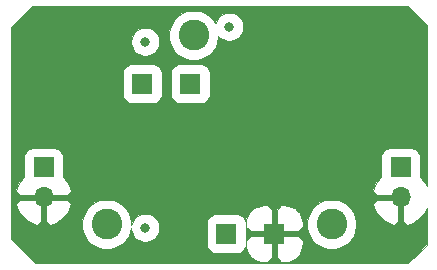
<source format=gbr>
%TF.GenerationSoftware,KiCad,Pcbnew,5.1.10-88a1d61d58~89~ubuntu20.04.1*%
%TF.CreationDate,2022-01-03T20:00:55+01:00*%
%TF.ProjectId,PowerBankAlwaysActive,506f7765-7242-4616-9e6b-416c77617973,rev?*%
%TF.SameCoordinates,Original*%
%TF.FileFunction,Copper,L3,Inr*%
%TF.FilePolarity,Positive*%
%FSLAX46Y46*%
G04 Gerber Fmt 4.6, Leading zero omitted, Abs format (unit mm)*
G04 Created by KiCad (PCBNEW 5.1.10-88a1d61d58~89~ubuntu20.04.1) date 2022-01-03 20:00:55*
%MOMM*%
%LPD*%
G01*
G04 APERTURE LIST*
%TA.AperFunction,ComponentPad*%
%ADD10R,1.700000X1.700000*%
%TD*%
%TA.AperFunction,ComponentPad*%
%ADD11O,1.700000X1.700000*%
%TD*%
%TA.AperFunction,ComponentPad*%
%ADD12C,2.600000*%
%TD*%
%TA.AperFunction,ViaPad*%
%ADD13C,0.800000*%
%TD*%
%TA.AperFunction,Conductor*%
%ADD14C,0.100000*%
%TD*%
G04 APERTURE END LIST*
D10*
%TO.N,+5V*%
%TO.C,J1*%
X25400000Y-36576000D03*
D11*
%TO.N,GND*%
X25400000Y-39116000D03*
%TD*%
%TO.N,GND*%
%TO.C,J2*%
X55626000Y-39116000D03*
D10*
%TO.N,+5V*%
X55626000Y-36576000D03*
%TD*%
D12*
%TO.N,N/C*%
%TO.C,H1*%
X30734000Y-41402000D03*
%TD*%
%TO.N,N/C*%
%TO.C,H2*%
X49784000Y-41402000D03*
%TD*%
%TO.N,N/C*%
%TO.C,H3*%
X38100000Y-25400000D03*
%TD*%
D10*
%TO.N,GND*%
%TO.C,gnd*%
X44936000Y-42196000D03*
%TD*%
%TO.N,+5V*%
%TO.C,+5*%
X40872000Y-42196000D03*
%TD*%
%TO.N,/trig*%
%TO.C,trig*%
X33760000Y-29496000D03*
%TD*%
%TO.N,/output*%
%TO.C,out*%
X37824000Y-29496000D03*
%TD*%
D13*
%TO.N,GND*%
X47476000Y-36608000D03*
X39094000Y-39402000D03*
X31982000Y-34912998D03*
X48746000Y-27210000D03*
%TO.N,+5V*%
X34014000Y-25940000D03*
X34014000Y-41688000D03*
X41126000Y-24670000D03*
%TD*%
D14*
%TO.N,GND*%
X57827000Y-24503726D02*
X57827001Y-38182147D01*
X57678448Y-37872022D01*
X57396323Y-37495512D01*
X57279870Y-37391006D01*
X57279870Y-35726000D01*
X57264424Y-35569173D01*
X57218679Y-35418372D01*
X57144393Y-35279394D01*
X57044422Y-35157578D01*
X56922606Y-35057607D01*
X56783628Y-34983321D01*
X56632827Y-34937576D01*
X56476000Y-34922130D01*
X54776000Y-34922130D01*
X54619173Y-34937576D01*
X54468372Y-34983321D01*
X54329394Y-35057607D01*
X54207578Y-35157578D01*
X54107607Y-35279394D01*
X54033321Y-35418372D01*
X53987576Y-35569173D01*
X53972130Y-35726000D01*
X53972130Y-37391006D01*
X53855677Y-37495512D01*
X53573552Y-37872022D01*
X53370301Y-38296337D01*
X53295080Y-38544326D01*
X53623463Y-38916000D01*
X55426000Y-38916000D01*
X55426000Y-38896000D01*
X55826000Y-38896000D01*
X55826000Y-38916000D01*
X55846000Y-38916000D01*
X55846000Y-39316000D01*
X55826000Y-39316000D01*
X55826000Y-41120157D01*
X56197675Y-41446925D01*
X56641431Y-41290609D01*
X57046165Y-41050724D01*
X57396323Y-40736488D01*
X57678448Y-40359978D01*
X57827001Y-40049853D01*
X57827001Y-43124273D01*
X56278275Y-44673000D01*
X24703726Y-44673000D01*
X22647000Y-42616275D01*
X22647000Y-39687674D01*
X23069080Y-39687674D01*
X23144301Y-39935663D01*
X23347552Y-40359978D01*
X23629677Y-40736488D01*
X23979835Y-41050724D01*
X24384569Y-41290609D01*
X24828325Y-41446925D01*
X25200000Y-41120157D01*
X25200000Y-39316000D01*
X25600000Y-39316000D01*
X25600000Y-41120157D01*
X25971675Y-41446925D01*
X26415431Y-41290609D01*
X26576459Y-41195168D01*
X28634000Y-41195168D01*
X28634000Y-41608832D01*
X28714702Y-42014547D01*
X28873004Y-42396723D01*
X29102823Y-42740672D01*
X29395328Y-43033177D01*
X29739277Y-43262996D01*
X30121453Y-43421298D01*
X30527168Y-43502000D01*
X30940832Y-43502000D01*
X31346547Y-43421298D01*
X31728723Y-43262996D01*
X32072672Y-43033177D01*
X32365177Y-42740672D01*
X32594996Y-42396723D01*
X32753298Y-42014547D01*
X32814000Y-41709378D01*
X32814000Y-41806190D01*
X32860116Y-42038027D01*
X32950574Y-42256413D01*
X33081899Y-42452955D01*
X33249045Y-42620101D01*
X33445587Y-42751426D01*
X33663973Y-42841884D01*
X33895810Y-42888000D01*
X34132190Y-42888000D01*
X34364027Y-42841884D01*
X34582413Y-42751426D01*
X34778955Y-42620101D01*
X34946101Y-42452955D01*
X35077426Y-42256413D01*
X35167884Y-42038027D01*
X35214000Y-41806190D01*
X35214000Y-41569810D01*
X35169481Y-41346000D01*
X39218130Y-41346000D01*
X39218130Y-43046000D01*
X39233576Y-43202827D01*
X39279321Y-43353628D01*
X39353607Y-43492606D01*
X39453578Y-43614422D01*
X39575394Y-43714393D01*
X39714372Y-43788679D01*
X39865173Y-43834424D01*
X40022000Y-43849870D01*
X41722000Y-43849870D01*
X41878827Y-43834424D01*
X42029628Y-43788679D01*
X42168606Y-43714393D01*
X42290422Y-43614422D01*
X42390393Y-43492606D01*
X42464679Y-43353628D01*
X42510424Y-43202827D01*
X42525870Y-43046000D01*
X42528500Y-43046000D01*
X42558427Y-43349853D01*
X42647058Y-43642029D01*
X42790986Y-43911301D01*
X42984681Y-44147319D01*
X43220699Y-44341014D01*
X43489971Y-44484942D01*
X43782147Y-44573573D01*
X44086000Y-44603500D01*
X44348500Y-44596000D01*
X44736000Y-44208500D01*
X44736000Y-42396000D01*
X45136000Y-42396000D01*
X45136000Y-44208500D01*
X45523500Y-44596000D01*
X45786000Y-44603500D01*
X46089853Y-44573573D01*
X46382029Y-44484942D01*
X46651301Y-44341014D01*
X46887319Y-44147319D01*
X47081014Y-43911301D01*
X47224942Y-43642029D01*
X47313573Y-43349853D01*
X47343500Y-43046000D01*
X47336000Y-42783500D01*
X46948500Y-42396000D01*
X45136000Y-42396000D01*
X44736000Y-42396000D01*
X42923500Y-42396000D01*
X42536000Y-42783500D01*
X42528500Y-43046000D01*
X42525870Y-43046000D01*
X42525870Y-41346000D01*
X42528500Y-41346000D01*
X42536000Y-41608500D01*
X42923500Y-41996000D01*
X44736000Y-41996000D01*
X44736000Y-40183500D01*
X45136000Y-40183500D01*
X45136000Y-41996000D01*
X46948500Y-41996000D01*
X47336000Y-41608500D01*
X47343500Y-41346000D01*
X47328645Y-41195168D01*
X47684000Y-41195168D01*
X47684000Y-41608832D01*
X47764702Y-42014547D01*
X47923004Y-42396723D01*
X48152823Y-42740672D01*
X48445328Y-43033177D01*
X48789277Y-43262996D01*
X49171453Y-43421298D01*
X49577168Y-43502000D01*
X49990832Y-43502000D01*
X50396547Y-43421298D01*
X50778723Y-43262996D01*
X51122672Y-43033177D01*
X51415177Y-42740672D01*
X51644996Y-42396723D01*
X51803298Y-42014547D01*
X51884000Y-41608832D01*
X51884000Y-41195168D01*
X51803298Y-40789453D01*
X51644996Y-40407277D01*
X51415177Y-40063328D01*
X51122672Y-39770823D01*
X50998231Y-39687674D01*
X53295080Y-39687674D01*
X53370301Y-39935663D01*
X53573552Y-40359978D01*
X53855677Y-40736488D01*
X54205835Y-41050724D01*
X54610569Y-41290609D01*
X55054325Y-41446925D01*
X55426000Y-41120157D01*
X55426000Y-39316000D01*
X53623463Y-39316000D01*
X53295080Y-39687674D01*
X50998231Y-39687674D01*
X50778723Y-39541004D01*
X50396547Y-39382702D01*
X49990832Y-39302000D01*
X49577168Y-39302000D01*
X49171453Y-39382702D01*
X48789277Y-39541004D01*
X48445328Y-39770823D01*
X48152823Y-40063328D01*
X47923004Y-40407277D01*
X47764702Y-40789453D01*
X47684000Y-41195168D01*
X47328645Y-41195168D01*
X47313573Y-41042147D01*
X47224942Y-40749971D01*
X47081014Y-40480699D01*
X46887319Y-40244681D01*
X46651301Y-40050986D01*
X46382029Y-39907058D01*
X46089853Y-39818427D01*
X45786000Y-39788500D01*
X45523500Y-39796000D01*
X45136000Y-40183500D01*
X44736000Y-40183500D01*
X44348500Y-39796000D01*
X44086000Y-39788500D01*
X43782147Y-39818427D01*
X43489971Y-39907058D01*
X43220699Y-40050986D01*
X42984681Y-40244681D01*
X42790986Y-40480699D01*
X42647058Y-40749971D01*
X42558427Y-41042147D01*
X42528500Y-41346000D01*
X42525870Y-41346000D01*
X42510424Y-41189173D01*
X42464679Y-41038372D01*
X42390393Y-40899394D01*
X42290422Y-40777578D01*
X42168606Y-40677607D01*
X42029628Y-40603321D01*
X41878827Y-40557576D01*
X41722000Y-40542130D01*
X40022000Y-40542130D01*
X39865173Y-40557576D01*
X39714372Y-40603321D01*
X39575394Y-40677607D01*
X39453578Y-40777578D01*
X39353607Y-40899394D01*
X39279321Y-41038372D01*
X39233576Y-41189173D01*
X39218130Y-41346000D01*
X35169481Y-41346000D01*
X35167884Y-41337973D01*
X35077426Y-41119587D01*
X34946101Y-40923045D01*
X34778955Y-40755899D01*
X34582413Y-40624574D01*
X34364027Y-40534116D01*
X34132190Y-40488000D01*
X33895810Y-40488000D01*
X33663973Y-40534116D01*
X33445587Y-40624574D01*
X33249045Y-40755899D01*
X33081899Y-40923045D01*
X32950574Y-41119587D01*
X32860116Y-41337973D01*
X32834000Y-41469265D01*
X32834000Y-41195168D01*
X32753298Y-40789453D01*
X32594996Y-40407277D01*
X32365177Y-40063328D01*
X32072672Y-39770823D01*
X31728723Y-39541004D01*
X31346547Y-39382702D01*
X30940832Y-39302000D01*
X30527168Y-39302000D01*
X30121453Y-39382702D01*
X29739277Y-39541004D01*
X29395328Y-39770823D01*
X29102823Y-40063328D01*
X28873004Y-40407277D01*
X28714702Y-40789453D01*
X28634000Y-41195168D01*
X26576459Y-41195168D01*
X26820165Y-41050724D01*
X27170323Y-40736488D01*
X27452448Y-40359978D01*
X27655699Y-39935663D01*
X27730920Y-39687674D01*
X27402537Y-39316000D01*
X25600000Y-39316000D01*
X25200000Y-39316000D01*
X23397463Y-39316000D01*
X23069080Y-39687674D01*
X22647000Y-39687674D01*
X22647000Y-38544326D01*
X23069080Y-38544326D01*
X23397463Y-38916000D01*
X25200000Y-38916000D01*
X25200000Y-38896000D01*
X25600000Y-38896000D01*
X25600000Y-38916000D01*
X27402537Y-38916000D01*
X27730920Y-38544326D01*
X27655699Y-38296337D01*
X27452448Y-37872022D01*
X27170323Y-37495512D01*
X27053870Y-37391006D01*
X27053870Y-35726000D01*
X27038424Y-35569173D01*
X26992679Y-35418372D01*
X26918393Y-35279394D01*
X26818422Y-35157578D01*
X26696606Y-35057607D01*
X26557628Y-34983321D01*
X26406827Y-34937576D01*
X26250000Y-34922130D01*
X24550000Y-34922130D01*
X24393173Y-34937576D01*
X24242372Y-34983321D01*
X24103394Y-35057607D01*
X23981578Y-35157578D01*
X23881607Y-35279394D01*
X23807321Y-35418372D01*
X23761576Y-35569173D01*
X23746130Y-35726000D01*
X23746130Y-37391006D01*
X23629677Y-37495512D01*
X23347552Y-37872022D01*
X23144301Y-38296337D01*
X23069080Y-38544326D01*
X22647000Y-38544326D01*
X22647000Y-28646000D01*
X32106130Y-28646000D01*
X32106130Y-30346000D01*
X32121576Y-30502827D01*
X32167321Y-30653628D01*
X32241607Y-30792606D01*
X32341578Y-30914422D01*
X32463394Y-31014393D01*
X32602372Y-31088679D01*
X32753173Y-31134424D01*
X32910000Y-31149870D01*
X34610000Y-31149870D01*
X34766827Y-31134424D01*
X34917628Y-31088679D01*
X35056606Y-31014393D01*
X35178422Y-30914422D01*
X35278393Y-30792606D01*
X35352679Y-30653628D01*
X35398424Y-30502827D01*
X35413870Y-30346000D01*
X35413870Y-28646000D01*
X36170130Y-28646000D01*
X36170130Y-30346000D01*
X36185576Y-30502827D01*
X36231321Y-30653628D01*
X36305607Y-30792606D01*
X36405578Y-30914422D01*
X36527394Y-31014393D01*
X36666372Y-31088679D01*
X36817173Y-31134424D01*
X36974000Y-31149870D01*
X38674000Y-31149870D01*
X38830827Y-31134424D01*
X38981628Y-31088679D01*
X39120606Y-31014393D01*
X39242422Y-30914422D01*
X39342393Y-30792606D01*
X39416679Y-30653628D01*
X39462424Y-30502827D01*
X39477870Y-30346000D01*
X39477870Y-28646000D01*
X39462424Y-28489173D01*
X39416679Y-28338372D01*
X39342393Y-28199394D01*
X39242422Y-28077578D01*
X39120606Y-27977607D01*
X38981628Y-27903321D01*
X38830827Y-27857576D01*
X38674000Y-27842130D01*
X36974000Y-27842130D01*
X36817173Y-27857576D01*
X36666372Y-27903321D01*
X36527394Y-27977607D01*
X36405578Y-28077578D01*
X36305607Y-28199394D01*
X36231321Y-28338372D01*
X36185576Y-28489173D01*
X36170130Y-28646000D01*
X35413870Y-28646000D01*
X35398424Y-28489173D01*
X35352679Y-28338372D01*
X35278393Y-28199394D01*
X35178422Y-28077578D01*
X35056606Y-27977607D01*
X34917628Y-27903321D01*
X34766827Y-27857576D01*
X34610000Y-27842130D01*
X32910000Y-27842130D01*
X32753173Y-27857576D01*
X32602372Y-27903321D01*
X32463394Y-27977607D01*
X32341578Y-28077578D01*
X32241607Y-28199394D01*
X32167321Y-28338372D01*
X32121576Y-28489173D01*
X32106130Y-28646000D01*
X22647000Y-28646000D01*
X22647000Y-25821810D01*
X32814000Y-25821810D01*
X32814000Y-26058190D01*
X32860116Y-26290027D01*
X32950574Y-26508413D01*
X33081899Y-26704955D01*
X33249045Y-26872101D01*
X33445587Y-27003426D01*
X33663973Y-27093884D01*
X33895810Y-27140000D01*
X34132190Y-27140000D01*
X34364027Y-27093884D01*
X34582413Y-27003426D01*
X34778955Y-26872101D01*
X34946101Y-26704955D01*
X35077426Y-26508413D01*
X35167884Y-26290027D01*
X35214000Y-26058190D01*
X35214000Y-25821810D01*
X35167884Y-25589973D01*
X35077426Y-25371587D01*
X34958211Y-25193168D01*
X36000000Y-25193168D01*
X36000000Y-25606832D01*
X36080702Y-26012547D01*
X36239004Y-26394723D01*
X36468823Y-26738672D01*
X36761328Y-27031177D01*
X37105277Y-27260996D01*
X37487453Y-27419298D01*
X37893168Y-27500000D01*
X38306832Y-27500000D01*
X38712547Y-27419298D01*
X39094723Y-27260996D01*
X39438672Y-27031177D01*
X39731177Y-26738672D01*
X39960996Y-26394723D01*
X40119298Y-26012547D01*
X40200000Y-25606832D01*
X40200000Y-25441056D01*
X40361045Y-25602101D01*
X40557587Y-25733426D01*
X40775973Y-25823884D01*
X41007810Y-25870000D01*
X41244190Y-25870000D01*
X41476027Y-25823884D01*
X41694413Y-25733426D01*
X41890955Y-25602101D01*
X42058101Y-25434955D01*
X42189426Y-25238413D01*
X42279884Y-25020027D01*
X42326000Y-24788190D01*
X42326000Y-24551810D01*
X42279884Y-24319973D01*
X42189426Y-24101587D01*
X42058101Y-23905045D01*
X41890955Y-23737899D01*
X41694413Y-23606574D01*
X41476027Y-23516116D01*
X41244190Y-23470000D01*
X41007810Y-23470000D01*
X40775973Y-23516116D01*
X40557587Y-23606574D01*
X40361045Y-23737899D01*
X40193899Y-23905045D01*
X40062574Y-24101587D01*
X39972116Y-24319973D01*
X39956489Y-24398532D01*
X39731177Y-24061328D01*
X39438672Y-23768823D01*
X39094723Y-23539004D01*
X38712547Y-23380702D01*
X38306832Y-23300000D01*
X37893168Y-23300000D01*
X37487453Y-23380702D01*
X37105277Y-23539004D01*
X36761328Y-23768823D01*
X36468823Y-24061328D01*
X36239004Y-24405277D01*
X36080702Y-24787453D01*
X36000000Y-25193168D01*
X34958211Y-25193168D01*
X34946101Y-25175045D01*
X34778955Y-25007899D01*
X34582413Y-24876574D01*
X34364027Y-24786116D01*
X34132190Y-24740000D01*
X33895810Y-24740000D01*
X33663973Y-24786116D01*
X33445587Y-24876574D01*
X33249045Y-25007899D01*
X33081899Y-25175045D01*
X32950574Y-25371587D01*
X32860116Y-25589973D01*
X32814000Y-25821810D01*
X22647000Y-25821810D01*
X22647000Y-24757725D01*
X24449726Y-22955000D01*
X56278275Y-22955000D01*
X57827000Y-24503726D01*
%TA.AperFunction,Conductor*%
G36*
X57827000Y-24503726D02*
G01*
X57827001Y-38182147D01*
X57678448Y-37872022D01*
X57396323Y-37495512D01*
X57279870Y-37391006D01*
X57279870Y-35726000D01*
X57264424Y-35569173D01*
X57218679Y-35418372D01*
X57144393Y-35279394D01*
X57044422Y-35157578D01*
X56922606Y-35057607D01*
X56783628Y-34983321D01*
X56632827Y-34937576D01*
X56476000Y-34922130D01*
X54776000Y-34922130D01*
X54619173Y-34937576D01*
X54468372Y-34983321D01*
X54329394Y-35057607D01*
X54207578Y-35157578D01*
X54107607Y-35279394D01*
X54033321Y-35418372D01*
X53987576Y-35569173D01*
X53972130Y-35726000D01*
X53972130Y-37391006D01*
X53855677Y-37495512D01*
X53573552Y-37872022D01*
X53370301Y-38296337D01*
X53295080Y-38544326D01*
X53623463Y-38916000D01*
X55426000Y-38916000D01*
X55426000Y-38896000D01*
X55826000Y-38896000D01*
X55826000Y-38916000D01*
X55846000Y-38916000D01*
X55846000Y-39316000D01*
X55826000Y-39316000D01*
X55826000Y-41120157D01*
X56197675Y-41446925D01*
X56641431Y-41290609D01*
X57046165Y-41050724D01*
X57396323Y-40736488D01*
X57678448Y-40359978D01*
X57827001Y-40049853D01*
X57827001Y-43124273D01*
X56278275Y-44673000D01*
X24703726Y-44673000D01*
X22647000Y-42616275D01*
X22647000Y-39687674D01*
X23069080Y-39687674D01*
X23144301Y-39935663D01*
X23347552Y-40359978D01*
X23629677Y-40736488D01*
X23979835Y-41050724D01*
X24384569Y-41290609D01*
X24828325Y-41446925D01*
X25200000Y-41120157D01*
X25200000Y-39316000D01*
X25600000Y-39316000D01*
X25600000Y-41120157D01*
X25971675Y-41446925D01*
X26415431Y-41290609D01*
X26576459Y-41195168D01*
X28634000Y-41195168D01*
X28634000Y-41608832D01*
X28714702Y-42014547D01*
X28873004Y-42396723D01*
X29102823Y-42740672D01*
X29395328Y-43033177D01*
X29739277Y-43262996D01*
X30121453Y-43421298D01*
X30527168Y-43502000D01*
X30940832Y-43502000D01*
X31346547Y-43421298D01*
X31728723Y-43262996D01*
X32072672Y-43033177D01*
X32365177Y-42740672D01*
X32594996Y-42396723D01*
X32753298Y-42014547D01*
X32814000Y-41709378D01*
X32814000Y-41806190D01*
X32860116Y-42038027D01*
X32950574Y-42256413D01*
X33081899Y-42452955D01*
X33249045Y-42620101D01*
X33445587Y-42751426D01*
X33663973Y-42841884D01*
X33895810Y-42888000D01*
X34132190Y-42888000D01*
X34364027Y-42841884D01*
X34582413Y-42751426D01*
X34778955Y-42620101D01*
X34946101Y-42452955D01*
X35077426Y-42256413D01*
X35167884Y-42038027D01*
X35214000Y-41806190D01*
X35214000Y-41569810D01*
X35169481Y-41346000D01*
X39218130Y-41346000D01*
X39218130Y-43046000D01*
X39233576Y-43202827D01*
X39279321Y-43353628D01*
X39353607Y-43492606D01*
X39453578Y-43614422D01*
X39575394Y-43714393D01*
X39714372Y-43788679D01*
X39865173Y-43834424D01*
X40022000Y-43849870D01*
X41722000Y-43849870D01*
X41878827Y-43834424D01*
X42029628Y-43788679D01*
X42168606Y-43714393D01*
X42290422Y-43614422D01*
X42390393Y-43492606D01*
X42464679Y-43353628D01*
X42510424Y-43202827D01*
X42525870Y-43046000D01*
X42528500Y-43046000D01*
X42558427Y-43349853D01*
X42647058Y-43642029D01*
X42790986Y-43911301D01*
X42984681Y-44147319D01*
X43220699Y-44341014D01*
X43489971Y-44484942D01*
X43782147Y-44573573D01*
X44086000Y-44603500D01*
X44348500Y-44596000D01*
X44736000Y-44208500D01*
X44736000Y-42396000D01*
X45136000Y-42396000D01*
X45136000Y-44208500D01*
X45523500Y-44596000D01*
X45786000Y-44603500D01*
X46089853Y-44573573D01*
X46382029Y-44484942D01*
X46651301Y-44341014D01*
X46887319Y-44147319D01*
X47081014Y-43911301D01*
X47224942Y-43642029D01*
X47313573Y-43349853D01*
X47343500Y-43046000D01*
X47336000Y-42783500D01*
X46948500Y-42396000D01*
X45136000Y-42396000D01*
X44736000Y-42396000D01*
X42923500Y-42396000D01*
X42536000Y-42783500D01*
X42528500Y-43046000D01*
X42525870Y-43046000D01*
X42525870Y-41346000D01*
X42528500Y-41346000D01*
X42536000Y-41608500D01*
X42923500Y-41996000D01*
X44736000Y-41996000D01*
X44736000Y-40183500D01*
X45136000Y-40183500D01*
X45136000Y-41996000D01*
X46948500Y-41996000D01*
X47336000Y-41608500D01*
X47343500Y-41346000D01*
X47328645Y-41195168D01*
X47684000Y-41195168D01*
X47684000Y-41608832D01*
X47764702Y-42014547D01*
X47923004Y-42396723D01*
X48152823Y-42740672D01*
X48445328Y-43033177D01*
X48789277Y-43262996D01*
X49171453Y-43421298D01*
X49577168Y-43502000D01*
X49990832Y-43502000D01*
X50396547Y-43421298D01*
X50778723Y-43262996D01*
X51122672Y-43033177D01*
X51415177Y-42740672D01*
X51644996Y-42396723D01*
X51803298Y-42014547D01*
X51884000Y-41608832D01*
X51884000Y-41195168D01*
X51803298Y-40789453D01*
X51644996Y-40407277D01*
X51415177Y-40063328D01*
X51122672Y-39770823D01*
X50998231Y-39687674D01*
X53295080Y-39687674D01*
X53370301Y-39935663D01*
X53573552Y-40359978D01*
X53855677Y-40736488D01*
X54205835Y-41050724D01*
X54610569Y-41290609D01*
X55054325Y-41446925D01*
X55426000Y-41120157D01*
X55426000Y-39316000D01*
X53623463Y-39316000D01*
X53295080Y-39687674D01*
X50998231Y-39687674D01*
X50778723Y-39541004D01*
X50396547Y-39382702D01*
X49990832Y-39302000D01*
X49577168Y-39302000D01*
X49171453Y-39382702D01*
X48789277Y-39541004D01*
X48445328Y-39770823D01*
X48152823Y-40063328D01*
X47923004Y-40407277D01*
X47764702Y-40789453D01*
X47684000Y-41195168D01*
X47328645Y-41195168D01*
X47313573Y-41042147D01*
X47224942Y-40749971D01*
X47081014Y-40480699D01*
X46887319Y-40244681D01*
X46651301Y-40050986D01*
X46382029Y-39907058D01*
X46089853Y-39818427D01*
X45786000Y-39788500D01*
X45523500Y-39796000D01*
X45136000Y-40183500D01*
X44736000Y-40183500D01*
X44348500Y-39796000D01*
X44086000Y-39788500D01*
X43782147Y-39818427D01*
X43489971Y-39907058D01*
X43220699Y-40050986D01*
X42984681Y-40244681D01*
X42790986Y-40480699D01*
X42647058Y-40749971D01*
X42558427Y-41042147D01*
X42528500Y-41346000D01*
X42525870Y-41346000D01*
X42510424Y-41189173D01*
X42464679Y-41038372D01*
X42390393Y-40899394D01*
X42290422Y-40777578D01*
X42168606Y-40677607D01*
X42029628Y-40603321D01*
X41878827Y-40557576D01*
X41722000Y-40542130D01*
X40022000Y-40542130D01*
X39865173Y-40557576D01*
X39714372Y-40603321D01*
X39575394Y-40677607D01*
X39453578Y-40777578D01*
X39353607Y-40899394D01*
X39279321Y-41038372D01*
X39233576Y-41189173D01*
X39218130Y-41346000D01*
X35169481Y-41346000D01*
X35167884Y-41337973D01*
X35077426Y-41119587D01*
X34946101Y-40923045D01*
X34778955Y-40755899D01*
X34582413Y-40624574D01*
X34364027Y-40534116D01*
X34132190Y-40488000D01*
X33895810Y-40488000D01*
X33663973Y-40534116D01*
X33445587Y-40624574D01*
X33249045Y-40755899D01*
X33081899Y-40923045D01*
X32950574Y-41119587D01*
X32860116Y-41337973D01*
X32834000Y-41469265D01*
X32834000Y-41195168D01*
X32753298Y-40789453D01*
X32594996Y-40407277D01*
X32365177Y-40063328D01*
X32072672Y-39770823D01*
X31728723Y-39541004D01*
X31346547Y-39382702D01*
X30940832Y-39302000D01*
X30527168Y-39302000D01*
X30121453Y-39382702D01*
X29739277Y-39541004D01*
X29395328Y-39770823D01*
X29102823Y-40063328D01*
X28873004Y-40407277D01*
X28714702Y-40789453D01*
X28634000Y-41195168D01*
X26576459Y-41195168D01*
X26820165Y-41050724D01*
X27170323Y-40736488D01*
X27452448Y-40359978D01*
X27655699Y-39935663D01*
X27730920Y-39687674D01*
X27402537Y-39316000D01*
X25600000Y-39316000D01*
X25200000Y-39316000D01*
X23397463Y-39316000D01*
X23069080Y-39687674D01*
X22647000Y-39687674D01*
X22647000Y-38544326D01*
X23069080Y-38544326D01*
X23397463Y-38916000D01*
X25200000Y-38916000D01*
X25200000Y-38896000D01*
X25600000Y-38896000D01*
X25600000Y-38916000D01*
X27402537Y-38916000D01*
X27730920Y-38544326D01*
X27655699Y-38296337D01*
X27452448Y-37872022D01*
X27170323Y-37495512D01*
X27053870Y-37391006D01*
X27053870Y-35726000D01*
X27038424Y-35569173D01*
X26992679Y-35418372D01*
X26918393Y-35279394D01*
X26818422Y-35157578D01*
X26696606Y-35057607D01*
X26557628Y-34983321D01*
X26406827Y-34937576D01*
X26250000Y-34922130D01*
X24550000Y-34922130D01*
X24393173Y-34937576D01*
X24242372Y-34983321D01*
X24103394Y-35057607D01*
X23981578Y-35157578D01*
X23881607Y-35279394D01*
X23807321Y-35418372D01*
X23761576Y-35569173D01*
X23746130Y-35726000D01*
X23746130Y-37391006D01*
X23629677Y-37495512D01*
X23347552Y-37872022D01*
X23144301Y-38296337D01*
X23069080Y-38544326D01*
X22647000Y-38544326D01*
X22647000Y-28646000D01*
X32106130Y-28646000D01*
X32106130Y-30346000D01*
X32121576Y-30502827D01*
X32167321Y-30653628D01*
X32241607Y-30792606D01*
X32341578Y-30914422D01*
X32463394Y-31014393D01*
X32602372Y-31088679D01*
X32753173Y-31134424D01*
X32910000Y-31149870D01*
X34610000Y-31149870D01*
X34766827Y-31134424D01*
X34917628Y-31088679D01*
X35056606Y-31014393D01*
X35178422Y-30914422D01*
X35278393Y-30792606D01*
X35352679Y-30653628D01*
X35398424Y-30502827D01*
X35413870Y-30346000D01*
X35413870Y-28646000D01*
X36170130Y-28646000D01*
X36170130Y-30346000D01*
X36185576Y-30502827D01*
X36231321Y-30653628D01*
X36305607Y-30792606D01*
X36405578Y-30914422D01*
X36527394Y-31014393D01*
X36666372Y-31088679D01*
X36817173Y-31134424D01*
X36974000Y-31149870D01*
X38674000Y-31149870D01*
X38830827Y-31134424D01*
X38981628Y-31088679D01*
X39120606Y-31014393D01*
X39242422Y-30914422D01*
X39342393Y-30792606D01*
X39416679Y-30653628D01*
X39462424Y-30502827D01*
X39477870Y-30346000D01*
X39477870Y-28646000D01*
X39462424Y-28489173D01*
X39416679Y-28338372D01*
X39342393Y-28199394D01*
X39242422Y-28077578D01*
X39120606Y-27977607D01*
X38981628Y-27903321D01*
X38830827Y-27857576D01*
X38674000Y-27842130D01*
X36974000Y-27842130D01*
X36817173Y-27857576D01*
X36666372Y-27903321D01*
X36527394Y-27977607D01*
X36405578Y-28077578D01*
X36305607Y-28199394D01*
X36231321Y-28338372D01*
X36185576Y-28489173D01*
X36170130Y-28646000D01*
X35413870Y-28646000D01*
X35398424Y-28489173D01*
X35352679Y-28338372D01*
X35278393Y-28199394D01*
X35178422Y-28077578D01*
X35056606Y-27977607D01*
X34917628Y-27903321D01*
X34766827Y-27857576D01*
X34610000Y-27842130D01*
X32910000Y-27842130D01*
X32753173Y-27857576D01*
X32602372Y-27903321D01*
X32463394Y-27977607D01*
X32341578Y-28077578D01*
X32241607Y-28199394D01*
X32167321Y-28338372D01*
X32121576Y-28489173D01*
X32106130Y-28646000D01*
X22647000Y-28646000D01*
X22647000Y-25821810D01*
X32814000Y-25821810D01*
X32814000Y-26058190D01*
X32860116Y-26290027D01*
X32950574Y-26508413D01*
X33081899Y-26704955D01*
X33249045Y-26872101D01*
X33445587Y-27003426D01*
X33663973Y-27093884D01*
X33895810Y-27140000D01*
X34132190Y-27140000D01*
X34364027Y-27093884D01*
X34582413Y-27003426D01*
X34778955Y-26872101D01*
X34946101Y-26704955D01*
X35077426Y-26508413D01*
X35167884Y-26290027D01*
X35214000Y-26058190D01*
X35214000Y-25821810D01*
X35167884Y-25589973D01*
X35077426Y-25371587D01*
X34958211Y-25193168D01*
X36000000Y-25193168D01*
X36000000Y-25606832D01*
X36080702Y-26012547D01*
X36239004Y-26394723D01*
X36468823Y-26738672D01*
X36761328Y-27031177D01*
X37105277Y-27260996D01*
X37487453Y-27419298D01*
X37893168Y-27500000D01*
X38306832Y-27500000D01*
X38712547Y-27419298D01*
X39094723Y-27260996D01*
X39438672Y-27031177D01*
X39731177Y-26738672D01*
X39960996Y-26394723D01*
X40119298Y-26012547D01*
X40200000Y-25606832D01*
X40200000Y-25441056D01*
X40361045Y-25602101D01*
X40557587Y-25733426D01*
X40775973Y-25823884D01*
X41007810Y-25870000D01*
X41244190Y-25870000D01*
X41476027Y-25823884D01*
X41694413Y-25733426D01*
X41890955Y-25602101D01*
X42058101Y-25434955D01*
X42189426Y-25238413D01*
X42279884Y-25020027D01*
X42326000Y-24788190D01*
X42326000Y-24551810D01*
X42279884Y-24319973D01*
X42189426Y-24101587D01*
X42058101Y-23905045D01*
X41890955Y-23737899D01*
X41694413Y-23606574D01*
X41476027Y-23516116D01*
X41244190Y-23470000D01*
X41007810Y-23470000D01*
X40775973Y-23516116D01*
X40557587Y-23606574D01*
X40361045Y-23737899D01*
X40193899Y-23905045D01*
X40062574Y-24101587D01*
X39972116Y-24319973D01*
X39956489Y-24398532D01*
X39731177Y-24061328D01*
X39438672Y-23768823D01*
X39094723Y-23539004D01*
X38712547Y-23380702D01*
X38306832Y-23300000D01*
X37893168Y-23300000D01*
X37487453Y-23380702D01*
X37105277Y-23539004D01*
X36761328Y-23768823D01*
X36468823Y-24061328D01*
X36239004Y-24405277D01*
X36080702Y-24787453D01*
X36000000Y-25193168D01*
X34958211Y-25193168D01*
X34946101Y-25175045D01*
X34778955Y-25007899D01*
X34582413Y-24876574D01*
X34364027Y-24786116D01*
X34132190Y-24740000D01*
X33895810Y-24740000D01*
X33663973Y-24786116D01*
X33445587Y-24876574D01*
X33249045Y-25007899D01*
X33081899Y-25175045D01*
X32950574Y-25371587D01*
X32860116Y-25589973D01*
X32814000Y-25821810D01*
X22647000Y-25821810D01*
X22647000Y-24757725D01*
X24449726Y-22955000D01*
X56278275Y-22955000D01*
X57827000Y-24503726D01*
G37*
%TD.AperFunction*%
%TD*%
M02*

</source>
